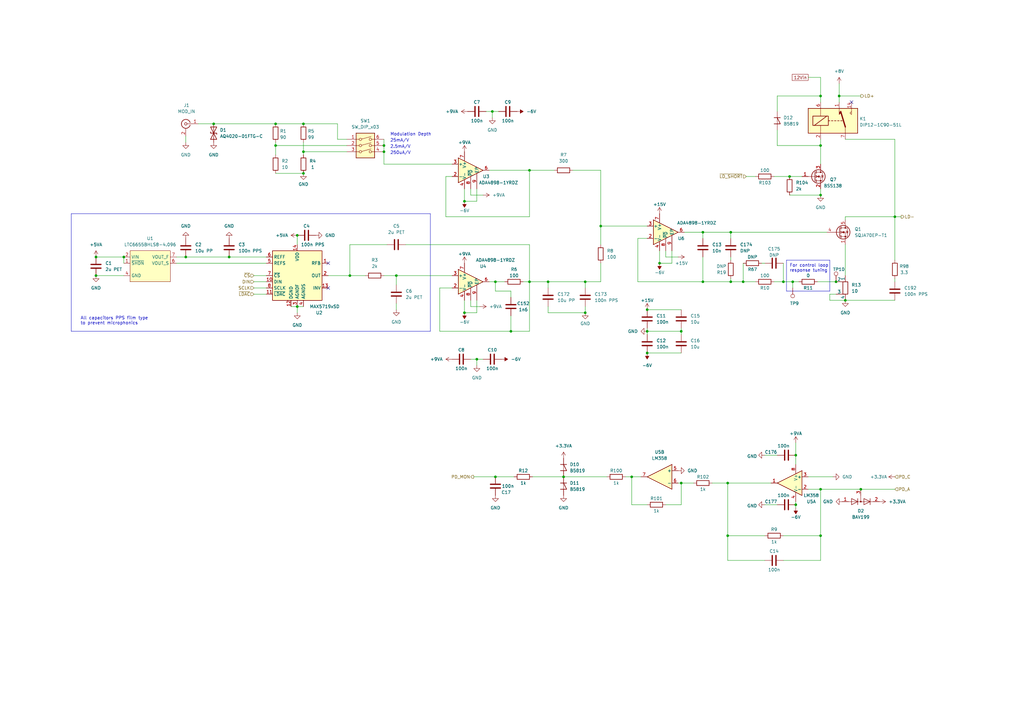
<source format=kicad_sch>
(kicad_sch (version 20230121) (generator eeschema)
  (paper "A3")
  (title_block (title "Kirdy") (date "2022-07-03") (rev "r0.1") (company "M-Labs") (comment 1 "Alex Wong Tat Hang"))
  (lib_symbols
    (symbol "Amplifier_Operational:ADA4898-1YRDZ" (pin_names (offset 0.127))
      (property "Reference" "U" (at 3.81 3.81 0))
      (property "Value" "ADA4898-1YRDZ" (at 11.43 -2.54 0))
      (symbol "ADA4898-1YRDZ_1_1"
        (pin input line (at -7.62 -2.54 0) (length 2.54) (name "-") (number "2"))
        (pin input line (at -7.62 2.54 0) (length 2.54) (name "+") (number "3"))
        (pin power_in line (at -2.54 -7.62 90) (length 3.81) (name "V-") (number "4"))
        (pin output line (at 7.62 0 180) (length 2.54) (name "~") (number "6"))
        (pin power_in line (at -2.54 7.62 270) (length 3.81) (name "V+") (number "7"))
        (pin input line (at 0 -7.62 90) (length 5.08) (name "~{PD}") (number "8"))
        (pin passive line (at 2.54 -7.62 90) (length 6.35) (name "EP") (number "9"))
      )
    )
    (symbol "Amplifier_Operational:LM358" (pin_names (offset 0.127))
      (property "Reference" "U" (at 0 5.08 0))
      (property "Value" "LM358" (at 0 -5.08 0))
      (symbol "LM358_1_1"
        (pin output line (at 7.62 0 180) (length 2.54) (name "~") (number "1"))
        (pin input line (at -7.62 -2.54 0) (length 2.54) (name "-") (number "2"))
        (pin input line (at -7.62 2.54 0) (length 2.54) (name "+") (number "3"))
      )
      (symbol "LM358_2_1"
        (pin input line (at -7.62 2.54 0) (length 2.54) (name "+") (number "5"))
        (pin input line (at -7.62 -2.54 0) (length 2.54) (name "-") (number "6"))
        (pin output line (at 7.62 0 180) (length 2.54) (name "~") (number "7"))
      )
      (symbol "LM358_3_1"
        (pin power_in line (at -2.54 -7.62 90) (length 3.81) (name "V-") (number "4"))
        (pin power_in line (at -2.54 7.62 270) (length 3.81) (name "V+") (number "8"))
      )
    )
    (symbol "Analog_DAC:MAX5719xSD"
      (property "Reference" "U" (at -10.16 11.43 0))
      (property "Value" "MAX5719xSD" (at 1.27 11.43 0))
      (symbol "MAX5719xSD_1_1"
        (pin passive line (at 12.7 5.08 180) (length 2.54) (name "RFB") (number "1"))
        (pin input line (at -12.7 -2.54 0) (length 2.54) (name "DIN") (number "10"))
        (pin input line (at -12.7 -7.62 0) (length 2.54) (name "~{LDAC}") (number "11"))
        (pin power_in line (at -2.54 -12.7 90) (length 2.54) (name "DGND") (number "12"))
        (pin passive line (at 12.7 -5.08 180) (length 2.54) (name "INV") (number "13"))
        (pin power_in line (at 0 12.7 270) (length 2.54) (name "VDD") (number "14"))
        (pin output line (at 12.7 0 180) (length 2.54) (name "OUT") (number "2"))
        (pin power_in line (at 0 -12.7 90) (length 2.54) (name "AGNDF") (number "3"))
        (pin power_in line (at 2.54 -12.7 90) (length 2.54) (name "AGNDS") (number "4"))
        (pin input line (at -12.7 5.08 0) (length 2.54) (name "REFS") (number "5"))
        (pin input line (at -12.7 7.62 0) (length 2.54) (name "REFF") (number "6"))
        (pin input line (at -12.7 0 0) (length 2.54) (name "~{CS}") (number "7"))
        (pin input line (at -12.7 -5.08 0) (length 2.54) (name "SCLK") (number "8"))
        (pin no_connect line (at 10.16 -7.62 180) (length 2.54) hide (name "NC") (number "9"))
      )
    )
    (symbol "Connector:Conn_Coaxial" (pin_names (offset 1.016) hide)
      (property "Reference" "J" (at 0.254 3.048 0))
      (property "Value" "Conn_Coaxial" (at 2.921 0 90))
      (symbol "Conn_Coaxial_1_1"
        (pin passive line (at -5.08 0 0) (length 2.54) (name "In") (number "1"))
        (pin passive line (at 0 -5.08 90) (length 2.54) (name "Ext") (number "2"))
      )
    )
    (symbol "Connector:TestPoint" (pin_numbers hide) (pin_names (offset 0.762) hide)
      (property "Reference" "TP" (at 0 6.858 0))
      (property "Value" "TestPoint" (at 0 5.08 0))
      (symbol "TestPoint_1_1"
        (pin passive line (at 0 0 90) (length 2.54) (name "1") (number "1"))
      )
    )
    (symbol "Device:C" (pin_numbers hide) (pin_names (offset 0.254))
      (property "Reference" "C" (at 0.635 2.54 0))
      (property "Value" "C" (at 0.635 -2.54 0))
      (symbol "C_1_1"
        (pin passive line (at 0 3.81 270) (length 2.794) (name "~") (number "1"))
        (pin passive line (at 0 -3.81 90) (length 2.794) (name "~") (number "2"))
      )
    )
    (symbol "Device:D_Shockley" (pin_numbers hide) (pin_names (offset 1.016) hide)
      (property "Reference" "D" (at 0 2.54 0))
      (property "Value" "D_Shockley" (at 0 -2.54 0))
      (symbol "D_Shockley_1_1"
        (pin passive line (at -3.81 0 0) (length 2.54) (name "K") (number "1"))
        (pin passive line (at 3.81 0 180) (length 2.54) (name "A") (number "2"))
      )
    )
    (symbol "Device:D_TVS" (pin_numbers hide) (pin_names (offset 1.016) hide)
      (property "Reference" "D" (at 0 2.54 0))
      (property "Value" "D_TVS" (at 0 -2.54 0))
      (symbol "D_TVS_1_1"
        (pin passive line (at -3.81 0 0) (length 2.54) (name "A1") (number "1"))
        (pin passive line (at 3.81 0 180) (length 2.54) (name "A2") (number "2"))
      )
    )
    (symbol "Device:R" (pin_numbers hide) (pin_names (offset 0))
      (property "Reference" "R" (at 2.032 0 90))
      (property "Value" "R" (at 0 0 90))
      (symbol "R_1_1"
        (pin passive line (at 0 3.81 270) (length 1.27) (name "~") (number "1"))
        (pin passive line (at 0 -3.81 90) (length 1.27) (name "~") (number "2"))
      )
    )
    (symbol "Device:R_Shunt" (pin_numbers hide) (pin_names (offset 0))
      (property "Reference" "R" (at -4.445 0 90))
      (property "Value" "R_Shunt" (at -2.54 0 90))
      (symbol "R_Shunt_1_1"
        (pin passive line (at 0 5.08 270) (length 2.54) (name "1") (number "1"))
        (pin passive line (at 3.81 2.54 180) (length 2.54) (name "2") (number "2"))
        (pin passive line (at 3.81 -2.54 180) (length 2.54) (name "3") (number "3"))
        (pin passive line (at 0 -5.08 90) (length 2.54) (name "4") (number "4"))
      )
    )
    (symbol "Diode:BAV99" (pin_names hide)
      (property "Reference" "D" (at 0 5.08 0))
      (property "Value" "BAV99" (at 0 2.54 0))
      (symbol "BAV99_1_1"
        (pin passive line (at -7.62 0 0) (length 2.54) (name "K") (number "1"))
        (pin passive line (at 7.62 0 180) (length 2.54) (name "A") (number "2"))
        (pin passive line (at 0 -5.08 90) (length 2.54) (name "K") (number "3"))
      )
    )
    (symbol "Relay:DIPxx-1Cxx-51x"
      (property "Reference" "K" (at 11.43 3.81 0))
      (property "Value" "DIPxx-1Cxx-51x" (at 11.43 1.27 0))
      (symbol "DIPxx-1Cxx-51x_1_1"
        (pin passive line (at 2.54 7.62 270) (length 2.54) (name "~") (number "1"))
        (pin passive line (at 7.62 7.62 270) (length 2.54) (name "~") (number "14"))
        (pin passive line (at -5.08 -7.62 90) (length 2.54) (name "~") (number "2"))
        (pin passive line (at -5.08 7.62 270) (length 2.54) (name "~") (number "6"))
        (pin passive line (at 5.08 -7.62 90) (length 2.54) (name "~") (number "7"))
        (pin passive line (at 5.08 -7.62 90) (length 2.54) hide (name "~") (number "8"))
      )
    )
    (symbol "Switch:SW_DIP_x03" (pin_names (offset 0) hide)
      (property "Reference" "SW" (at 0 8.89 0))
      (property "Value" "SW_DIP_x03" (at 0 -3.81 0))
      (symbol "SW_DIP_x03_1_1"
        (pin passive line (at -7.62 5.08 0) (length 5.08) (name "~") (number "1"))
        (pin passive line (at -7.62 2.54 0) (length 5.08) (name "~") (number "2"))
        (pin passive line (at -7.62 0 0) (length 5.08) (name "~") (number "3"))
        (pin passive line (at 7.62 0 180) (length 5.08) (name "~") (number "4"))
        (pin passive line (at 7.62 2.54 180) (length 5.08) (name "~") (number "5"))
        (pin passive line (at 7.62 5.08 180) (length 5.08) (name "~") (number "6"))
      )
    )
    (symbol "Transistor_FET:BSS138" (pin_names hide)
      (property "Reference" "Q" (at 5.08 1.905 0))
      (property "Value" "BSS138" (at 5.08 0 0))
      (symbol "BSS138_1_1"
        (pin input line (at -5.08 0 0) (length 2.54) (name "G") (number "1"))
        (pin passive line (at 2.54 -5.08 90) (length 2.54) (name "S") (number "2"))
        (pin passive line (at 2.54 5.08 270) (length 2.54) (name "D") (number "3"))
      )
    )
    (symbol "Transistor_FET:CSD17507Q5A" (pin_names hide)
      (property "Reference" "Q" (at 5.08 1.905 0))
      (property "Value" "CSD17507Q5A" (at 5.08 0 0))
      (symbol "CSD17507Q5A_1_1"
        (pin passive line (at 2.54 -5.08 90) (length 2.54) (name "S") (number "1"))
        (pin passive line (at 2.54 -5.08 90) (length 2.54) hide (name "S") (number "2"))
        (pin passive line (at 2.54 -5.08 90) (length 2.54) hide (name "S") (number "3"))
        (pin passive line (at -5.08 0 0) (length 2.54) (name "G") (number "4"))
        (pin passive line (at 2.54 5.08 270) (length 2.54) (name "D") (number "5"))
      )
    )
    (symbol "kirdy:LTC6655"
      (property "Reference" "U" (at 0 -10.16 0))
      (property "Value" "LTC6655" (at 0 -7.62 0))
      (symbol "LTC6655_0_0"
        (pin input line (at -10.16 2.54 0) (length 2.54) (name "~{SHDN}") (number "1"))
        (pin power_in line (at -10.16 5.08 0) (length 2.54) (name "VIN") (number "2"))
        (pin power_in line (at -10.16 -2.54 0) (length 2.54) hide (name "GND") (number "3"))
        (pin power_in line (at -10.16 -2.54 0) (length 2.54) (name "GND") (number "4"))
        (pin power_in line (at -10.16 -2.54 0) (length 2.54) hide (name "GND") (number "5"))
        (pin passive line (at 11.43 2.54 180) (length 2.54) (name "VOUT_S") (number "6"))
        (pin output line (at 11.43 5.08 180) (length 2.54) (name "VOUT_F") (number "7"))
        (pin power_in line (at -10.16 -2.54 0) (length 2.54) hide (name "GND") (number "8"))
      )
    )
    (symbol "power:+15V" (power) (pin_names (offset 0))
      (property "Value" "+15V" (at 0 3.556 0))
      (symbol "+15V_1_1"
        (pin power_in line (at 0 0 90) (length 0) hide (name "+15V") (number "1"))
      )
    )
    (symbol "power:+3.3VA" (power) (pin_names (offset 0))
      (property "Value" "+3.3VA" (at 0 3.556 0))
      (symbol "+3.3VA_1_1"
        (pin power_in line (at 0 0 90) (length 0) hide (name "+3.3VA") (number "1"))
      )
    )
    (symbol "power:+5VA" (power) (pin_names (offset 0))
      (property "Value" "+5VA" (at 0 3.556 0))
      (symbol "+5VA_1_1"
        (pin power_in line (at 0 0 90) (length 0) hide (name "+5VA") (number "1"))
      )
    )
    (symbol "power:+8V" (power) (pin_names (offset 0))
      (property "Value" "+8V" (at 0 3.556 0))
      (symbol "+8V_1_1"
        (pin power_in line (at 0 0 90) (length 0) hide (name "+8V") (number "1"))
      )
    )
    (symbol "power:+9VA" (power) (pin_names (offset 0))
      (property "Value" "+9VA" (at 0 3.81 0))
      (symbol "+9VA_1_1"
        (pin power_in line (at 0 0 90) (length 0) hide (name "+9VA") (number "1"))
      )
    )
    (symbol "power:-6V" (power) (pin_names (offset 0))
      (property "Value" "-6V" (at 0 3.81 0))
      (symbol "-6V_0_0"
        (pin power_in line (at 0 0 90) (length 0) hide (name "-6V") (number "1"))
      )
    )
    (symbol "power:GND" (power) (pin_names (offset 0))
      (property "Value" "GND" (at 0 -3.81 0))
      (symbol "GND_1_1"
        (pin power_in line (at 0 0 270) (length 0) hide (name "GND") (number "1"))
      )
    )
  )
  (junction (at 270.51 107.95))
  (junction (at 124.46 71.12))
  (junction (at 217.17 69.85))
  (junction (at 342.9 115.57))
  (junction (at 265.43 135.89))
  (junction (at 203.2 115.57))
  (junction (at 121.92 96.52))
  (junction (at 288.29 95.25))
  (junction (at 367.03 88.9))
  (junction (at 231.14 195.58))
  (junction (at 87.63 50.8))
  (junction (at 201.93 45.72))
  (junction (at 157.48 62.23))
  (junction (at 240.03 115.57))
  (junction (at 336.55 219.71))
  (junction (at 195.58 147.32))
  (junction (at 299.72 115.57))
  (junction (at 265.43 127))
  (junction (at 190.5 128.27))
  (junction (at 124.46 50.8))
  (junction (at 336.55 39.37))
  (junction (at 298.45 198.12))
  (junction (at 217.17 115.57))
  (junction (at 224.79 115.57))
  (junction (at 190.5 82.55))
  (junction (at 325.12 115.57))
  (junction (at 288.29 115.57))
  (junction (at 143.51 113.03))
  (junction (at 326.39 207.01))
  (junction (at 336.55 80.01))
  (junction (at 299.72 95.25))
  (junction (at 259.08 195.58))
  (junction (at 113.03 50.8))
  (junction (at 336.55 200.66))
  (junction (at 162.56 113.03))
  (junction (at 76.2 105.41))
  (junction (at 279.4 198.12))
  (junction (at 279.4 135.89))
  (junction (at 246.38 92.71))
  (junction (at 50.8 105.41))
  (junction (at 346.71 123.19))
  (junction (at 265.43 144.78))
  (junction (at 93.98 105.41))
  (junction (at 353.06 200.66))
  (junction (at 39.37 113.03))
  (junction (at 240.03 128.27))
  (junction (at 113.03 59.69))
  (junction (at 336.55 59.69))
  (junction (at 344.17 39.37))
  (junction (at 298.45 219.71))
  (junction (at 304.8 115.57))
  (junction (at 326.39 186.69))
  (junction (at 124.46 62.23))
  (junction (at 121.92 125.73))
  (junction (at 209.55 135.89))
  (junction (at 39.37 105.41))
  (junction (at 203.2 195.58))
  (junction (at 157.48 59.69))
  (junction (at 323.85 72.39))
  (junction (at 321.31 115.57))
  (no_connect (at 349.25 41.91))
  (no_connect (at 134.62 118.11))
  (no_connect (at 134.62 107.95))
  (wire (pts (xy 162.56 124.46) (xy 162.56 127)))
  (wire (pts (xy 104.14 113.03) (xy 109.22 113.03)))
  (wire (pts (xy 326.39 207.01) (xy 326.39 205.74)))
  (wire (pts (xy 298.45 219.71) (xy 313.69 219.71)))
  (wire (pts (xy 50.8 105.41) (xy 50.8 107.95)))
  (wire (pts (xy 157.48 59.69) (xy 157.48 62.23)))
  (wire (pts (xy 323.85 72.39) (xy 328.93 72.39)))
  (wire (pts (xy 217.17 115.57) (xy 224.79 115.57)))
  (wire (pts (xy 353.06 200.66) (xy 367.03 200.66)))
  (wire (pts (xy 113.03 71.12) (xy 124.46 71.12)))
  (wire (pts (xy 335.28 115.57) (xy 342.9 115.57)))
  (wire (pts (xy 288.29 95.25) (xy 299.72 95.25)))
  (wire (pts (xy 321.31 219.71) (xy 336.55 219.71)))
  (wire (pts (xy 318.77 59.69) (xy 336.55 59.69)))
  (wire (pts (xy 336.55 219.71) (xy 336.55 200.66)))
  (wire (pts (xy 325.12 118.11) (xy 325.12 115.57)))
  (wire (pts (xy 231.14 195.58) (xy 248.92 195.58)))
  (wire (pts (xy 240.03 115.57) (xy 246.38 115.57)))
  (wire (pts (xy 265.43 135.89) (xy 265.43 137.16)))
  (wire (pts (xy 346.71 90.17) (xy 346.71 88.9)))
  (wire (pts (xy 331.47 31.75) (xy 336.55 31.75)))
  (wire (pts (xy 166.37 100.33) (xy 217.17 100.33)))
  (wire (pts (xy 138.43 57.15) (xy 142.24 57.15)))
  (wire (pts (xy 278.13 198.12) (xy 279.4 198.12)))
  (wire (pts (xy 194.31 195.58) (xy 203.2 195.58)))
  (wire (pts (xy 76.2 58.42) (xy 76.2 55.88)))
  (wire (pts (xy 240.03 118.11) (xy 240.03 115.57)))
  (wire (pts (xy 288.29 95.25) (xy 288.29 97.79)))
  (wire (pts (xy 280.67 95.25) (xy 288.29 95.25)))
  (wire (pts (xy 193.04 125.73) (xy 196.85 125.73)))
  (wire (pts (xy 336.55 31.75) (xy 336.55 39.37)))
  (wire (pts (xy 124.46 58.42) (xy 124.46 62.23)))
  (wire (pts (xy 273.05 207.01) (xy 279.4 207.01)))
  (wire (pts (xy 246.38 107.95) (xy 246.38 115.57)))
  (wire (pts (xy 367.03 114.3) (xy 367.03 115.57)))
  (wire (pts (xy 299.72 95.25) (xy 339.09 95.25)))
  (wire (pts (xy 81.28 50.8) (xy 87.63 50.8)))
  (polyline (pts (xy 322.58 119.38) (xy 340.36 119.38)))
  (wire (pts (xy 104.14 118.11) (xy 109.22 118.11)))
  (wire (pts (xy 273.05 105.41) (xy 278.13 105.41)))
  (polyline (pts (xy 322.58 106.68) (xy 340.36 106.68)))
  (wire (pts (xy 340.36 120.65) (xy 340.36 123.19)))
  (wire (pts (xy 318.77 53.34) (xy 318.77 59.69)))
  (wire (pts (xy 157.48 57.15) (xy 157.48 59.69)))
  (wire (pts (xy 299.72 105.41) (xy 299.72 106.68)))
  (wire (pts (xy 298.45 219.71) (xy 298.45 198.12)))
  (wire (pts (xy 76.2 105.41) (xy 93.98 105.41)))
  (wire (pts (xy 104.14 115.57) (xy 109.22 115.57)))
  (wire (pts (xy 113.03 58.42) (xy 113.03 59.69)))
  (wire (pts (xy 200.66 69.85) (xy 217.17 69.85)))
  (wire (pts (xy 201.93 45.72) (xy 201.93 48.26)))
  (wire (pts (xy 306.07 72.39) (xy 309.88 72.39)))
  (wire (pts (xy 224.79 115.57) (xy 240.03 115.57)))
  (wire (pts (xy 217.17 88.9) (xy 217.17 69.85)))
  (wire (pts (xy 209.55 135.89) (xy 217.17 135.89)))
  (wire (pts (xy 162.56 113.03) (xy 185.42 113.03)))
  (wire (pts (xy 157.48 113.03) (xy 162.56 113.03)))
  (wire (pts (xy 299.72 95.25) (xy 299.72 97.79)))
  (wire (pts (xy 217.17 135.89) (xy 217.17 115.57)))
  (wire (pts (xy 367.03 88.9) (xy 346.71 88.9)))
  (wire (pts (xy 313.69 229.87) (xy 298.45 229.87)))
  (wire (pts (xy 240.03 128.27) (xy 240.03 125.73)))
  (wire (pts (xy 313.69 207.01) (xy 318.77 207.01)))
  (wire (pts (xy 72.39 107.95) (xy 109.22 107.95)))
  (wire (pts (xy 336.55 57.15) (xy 336.55 59.69)))
  (wire (pts (xy 124.46 62.23) (xy 142.24 62.23)))
  (wire (pts (xy 214.63 115.57) (xy 217.17 115.57)))
  (wire (pts (xy 279.4 135.89) (xy 265.43 135.89)))
  (wire (pts (xy 201.93 45.72) (xy 204.47 45.72)))
  (wire (pts (xy 180.34 118.11) (xy 180.34 135.89)))
  (wire (pts (xy 256.54 195.58) (xy 259.08 195.58)))
  (wire (pts (xy 259.08 207.01) (xy 259.08 195.58)))
  (wire (pts (xy 195.58 82.55) (xy 195.58 77.47)))
  (wire (pts (xy 190.5 77.47) (xy 190.5 82.55)))
  (wire (pts (xy 195.58 128.27) (xy 195.58 123.19)))
  (wire (pts (xy 279.4 198.12) (xy 284.48 198.12)))
  (wire (pts (xy 143.51 100.33) (xy 143.51 113.03)))
  (wire (pts (xy 158.75 100.33) (xy 143.51 100.33)))
  (polyline (pts (xy 29.21 87.63) (xy 176.53 87.63)))
  (wire (pts (xy 346.71 123.19) (xy 367.03 123.19)))
  (wire (pts (xy 218.44 195.58) (xy 231.14 195.58)))
  (wire (pts (xy 195.58 147.32) (xy 198.12 147.32)))
  (wire (pts (xy 87.63 50.8) (xy 113.03 50.8)))
  (wire (pts (xy 304.8 107.95) (xy 304.8 115.57)))
  (wire (pts (xy 193.04 77.47) (xy 193.04 80.01)))
  (wire (pts (xy 113.03 50.8) (xy 124.46 50.8)))
  (wire (pts (xy 336.55 39.37) (xy 336.55 41.91)))
  (wire (pts (xy 190.5 82.55) (xy 195.58 82.55)))
  (wire (pts (xy 193.04 147.32) (xy 195.58 147.32)))
  (wire (pts (xy 203.2 195.58) (xy 210.82 195.58)))
  (wire (pts (xy 321.31 115.57) (xy 325.12 115.57)))
  (wire (pts (xy 246.38 69.85) (xy 246.38 92.71)))
  (wire (pts (xy 270.51 107.95) (xy 275.59 107.95)))
  (wire (pts (xy 199.39 45.72) (xy 201.93 45.72)))
  (wire (pts (xy 344.17 39.37) (xy 344.17 41.91)))
  (wire (pts (xy 185.42 72.39) (xy 182.88 72.39)))
  (polyline (pts (xy 340.36 119.38) (xy 340.36 106.68)))
  (wire (pts (xy 340.36 120.65) (xy 342.9 120.65)))
  (wire (pts (xy 292.1 198.12) (xy 298.45 198.12)))
  (wire (pts (xy 72.39 105.41) (xy 76.2 105.41)))
  (wire (pts (xy 259.08 195.58) (xy 262.89 195.58)))
  (wire (pts (xy 180.34 135.89) (xy 209.55 135.89)))
  (wire (pts (xy 298.45 198.12) (xy 316.23 198.12)))
  (wire (pts (xy 193.04 123.19) (xy 193.04 125.73)))
  (wire (pts (xy 134.62 113.03) (xy 143.51 113.03)))
  (wire (pts (xy 209.55 119.38) (xy 203.2 119.38)))
  (wire (pts (xy 93.98 105.41) (xy 109.22 105.41)))
  (wire (pts (xy 317.5 115.57) (xy 321.31 115.57)))
  (wire (pts (xy 367.03 57.15) (xy 346.71 57.15)))
  (wire (pts (xy 234.95 69.85) (xy 246.38 69.85)))
  (wire (pts (xy 39.37 105.41) (xy 50.8 105.41)))
  (wire (pts (xy 326.39 181.61) (xy 326.39 186.69)))
  (wire (pts (xy 39.37 113.03) (xy 50.8 113.03)))
  (wire (pts (xy 369.57 88.9) (xy 367.03 88.9)))
  (wire (pts (xy 318.77 39.37) (xy 336.55 39.37)))
  (wire (pts (xy 190.5 128.27) (xy 195.58 128.27)))
  (wire (pts (xy 124.46 62.23) (xy 124.46 63.5)))
  (wire (pts (xy 270.51 102.87) (xy 270.51 107.95)))
  (polyline (pts (xy 29.21 87.63) (xy 29.21 135.89)))
  (wire (pts (xy 325.12 115.57) (xy 327.66 115.57)))
  (wire (pts (xy 113.03 59.69) (xy 142.24 59.69)))
  (wire (pts (xy 261.62 115.57) (xy 261.62 97.79)))
  (wire (pts (xy 298.45 229.87) (xy 298.45 219.71)))
  (wire (pts (xy 121.92 96.52) (xy 121.92 100.33)))
  (wire (pts (xy 273.05 102.87) (xy 273.05 105.41)))
  (wire (pts (xy 157.48 67.31) (xy 185.42 67.31)))
  (polyline (pts (xy 322.58 106.68) (xy 322.58 119.38)))
  (wire (pts (xy 217.17 69.85) (xy 227.33 69.85)))
  (wire (pts (xy 331.47 195.58) (xy 341.63 195.58)))
  (wire (pts (xy 336.55 59.69) (xy 336.55 67.31)))
  (wire (pts (xy 304.8 115.57) (xy 309.88 115.57)))
  (wire (pts (xy 344.17 39.37) (xy 353.06 39.37)))
  (wire (pts (xy 288.29 115.57) (xy 261.62 115.57)))
  (wire (pts (xy 182.88 88.9) (xy 217.17 88.9)))
  (wire (pts (xy 119.38 125.73) (xy 121.92 125.73)))
  (wire (pts (xy 246.38 92.71) (xy 265.43 92.71)))
  (wire (pts (xy 367.03 88.9) (xy 367.03 106.68)))
  (wire (pts (xy 104.14 120.65) (xy 109.22 120.65)))
  (wire (pts (xy 326.39 208.28) (xy 326.39 207.01)))
  (wire (pts (xy 318.77 45.72) (xy 318.77 39.37)))
  (wire (pts (xy 143.51 113.03) (xy 149.86 113.03)))
  (wire (pts (xy 193.04 80.01) (xy 198.12 80.01)))
  (wire (pts (xy 246.38 92.71) (xy 246.38 100.33)))
  (polyline (pts (xy 29.21 135.89) (xy 176.53 135.89)))
  (wire (pts (xy 224.79 125.73) (xy 224.79 128.27)))
  (wire (pts (xy 299.72 114.3) (xy 299.72 115.57)))
  (wire (pts (xy 367.03 57.15) (xy 367.03 88.9)))
  (wire (pts (xy 313.69 186.69) (xy 318.77 186.69)))
  (wire (pts (xy 321.31 229.87) (xy 336.55 229.87)))
  (wire (pts (xy 190.5 123.19) (xy 190.5 128.27)))
  (wire (pts (xy 326.39 186.69) (xy 326.39 190.5)))
  (wire (pts (xy 224.79 118.11) (xy 224.79 115.57)))
  (wire (pts (xy 331.47 200.66) (xy 336.55 200.66)))
  (wire (pts (xy 203.2 119.38) (xy 203.2 115.57)))
  (wire (pts (xy 321.31 107.95) (xy 321.31 115.57)))
  (wire (pts (xy 336.55 229.87) (xy 336.55 219.71)))
  (wire (pts (xy 209.55 129.54) (xy 209.55 135.89)))
  (wire (pts (xy 279.4 134.62) (xy 279.4 135.89)))
  (wire (pts (xy 344.17 34.29) (xy 344.17 39.37)))
  (wire (pts (xy 312.42 107.95) (xy 313.69 107.95)))
  (wire (pts (xy 323.85 80.01) (xy 336.55 80.01)))
  (wire (pts (xy 113.03 59.69) (xy 113.03 63.5)))
  (wire (pts (xy 121.92 125.73) (xy 121.92 128.27)))
  (wire (pts (xy 217.17 100.33) (xy 217.17 115.57)))
  (wire (pts (xy 279.4 135.89) (xy 279.4 137.16)))
  (wire (pts (xy 162.56 113.03) (xy 162.56 116.84)))
  (wire (pts (xy 279.4 207.01) (xy 279.4 198.12)))
  (wire (pts (xy 157.48 62.23) (xy 157.48 67.31)))
  (wire (pts (xy 124.46 50.8) (xy 138.43 50.8)))
  (wire (pts (xy 203.2 115.57) (xy 207.01 115.57)))
  (wire (pts (xy 336.55 77.47) (xy 336.55 80.01)))
  (wire (pts (xy 317.5 72.39) (xy 323.85 72.39)))
  (wire (pts (xy 340.36 123.19) (xy 346.71 123.19)))
  (wire (pts (xy 185.42 118.11) (xy 180.34 118.11)))
  (wire (pts (xy 265.43 134.62) (xy 265.43 135.89)))
  (wire (pts (xy 224.79 128.27) (xy 240.03 128.27)))
  (wire (pts (xy 265.43 127) (xy 279.4 127)))
  (wire (pts (xy 336.55 200.66) (xy 353.06 200.66)))
  (wire (pts (xy 288.29 115.57) (xy 299.72 115.57)))
  (wire (pts (xy 209.55 121.92) (xy 209.55 119.38)))
  (wire (pts (xy 265.43 144.78) (xy 279.4 144.78)))
  (wire (pts (xy 200.66 115.57) (xy 203.2 115.57)))
  (wire (pts (xy 346.71 100.33) (xy 346.71 113.03)))
  (wire (pts (xy 138.43 50.8) (xy 138.43 57.15)))
  (wire (pts (xy 275.59 107.95) (xy 275.59 102.87)))
  (wire (pts (xy 288.29 105.41) (xy 288.29 115.57)))
  (wire (pts (xy 195.58 147.32) (xy 195.58 149.86)))
  (wire (pts (xy 299.72 115.57) (xy 304.8 115.57)))
  (polyline (pts (xy 176.53 135.89) (xy 176.53 87.63)))
  (wire (pts (xy 265.43 207.01) (xy 259.08 207.01)))
  (wire (pts (xy 121.92 125.73) (xy 124.46 125.73)))
  (wire (pts (xy 182.88 72.39) (xy 182.88 88.9)))
  (wire (pts (xy 261.62 97.79) (xy 265.43 97.79)))
  (text "250uA/V" (at 160.02 63.5 0) (effects (font (size 1.27 1.27)) (justify left bottom)))
  (text "All capacitors PPS film type\nto prevent microphonics " (at 33.02 133.35 0) (effects (font (size 1.27 1.27)) (justify left bottom)))
  (text "2.5mA/V" (at 160.02 60.96 0) (effects (font (size 1.27 1.27)) (justify left bottom)))
  (text "For control loop\nresponse tuning" (at 323.85 111.76 0) (effects (font (size 1.27 1.27)) (justify left bottom)))
  (text "25mA/V" (at 160.02 58.42 0) (effects (font (size 1.27 1.27)) (justify left bottom)))
  (text "Modulation Depth" (at 160.02 55.88 0) (effects (font (size 1.27 1.27)) (justify left bottom)))
  (global_label "12Vin" (shape passive) (at 331.47 31.75 180) (property "Intersheetrefs" "${INTERSHEET_REFS}" (effects hide)))
  (hierarchical_label "~{LDAC}" (shape input) (at 104.14 120.65 180))
  (hierarchical_label "~{LD_SHORT}" (shape input) (at 306.07 72.39 180))
  (hierarchical_label "LD+" (shape output) (at 353.06 39.37 0))
  (hierarchical_label "SCLK" (shape input) (at 104.14 118.11 180))
  (hierarchical_label "PD_MON" (shape output) (at 194.31 195.58 180))
  (hierarchical_label "PD_C" (shape input) (at 367.03 195.58 0))
  (hierarchical_label "PD_A" (shape input) (at 367.03 200.66 0))
  (hierarchical_label "DIN" (shape input) (at 104.14 115.57 180))
  (hierarchical_label "LD-" (shape output) (at 369.57 88.9 0))
  (hierarchical_label "~{CS}" (shape input) (at 104.14 113.03 180))
  (symbol (lib_id "Connector:TestPoint") (at 342.9 115.57 0) (unit 1)
    (property "Reference" "TP10" (at 341.63 110.49 0) (effects (justify left)))
    (property "Value" "TestPoint" (effects hide))
    (property "Footprint" "TestPoint:TestPoint_Pad_2.0x2.0mm" (effects hide))
  )
  (symbol (lib_id "Amplifier_Operational:LM358") (at 328.93 198.12 0) (unit 3)
    (property "Reference" "U5" (effects hide))
    (property "Value" "LM358" (effects hide))
    (property "Footprint" "Package_SO:SOIC-8_3.9x4.9mm_P1.27mm" (effects hide))
    (property "Datasheet" "http://www.ti.com/lit/ds/symlink/lm2904-n.pdf" (effects hide))
  )
  (symbol (lib_id "Device:R") (at 299.72 110.49 180) (unit 1)
    (property "Reference" "R19" (at 295.91 111.76 0))
    (property "Value" "DNP" (at 295.91 109.22 0))
    (property "Footprint" "Resistor_SMD:R_0603_1608Metric" (effects hide))
  )
  (symbol (lib_id "Diode:BAV99") (at 353.06 205.74 0) (mirror x) (unit 1)
    (property "Reference" "D2" (at 353.06 209.55 0))
    (property "Value" "BAV199" (at 353.06 212.09 0))
    (property "Footprint" "Package_TO_SOT_SMD:SOT-23" (effects hide))
    (property "Datasheet" "https://assets.nexperia.com/documents/data-sheet/BAV99_SER.pdf" (effects hide))
    (property "MFR_PN" "BAV199W-7" (effects hide))
    (property "MFR_PN_ALT" "BAV199E6327HTSA1" (effects hide))
  )
  (symbol (lib_id "power:+3.3VA") (at 367.03 195.58 90) (unit 1)
    (property "Reference" "#PWR0173" (effects hide))
    (property "Value" "+3.3VA" (at 356.87 195.58 90) (effects (justify right)))
  )
  (symbol (lib_id "power:GND") (at 313.69 186.69 270) (unit 1)
    (property "Reference" "#PWR0130" (effects hide))
    (property "Value" "GND" (at 310.5151 187.1238 90) (effects (justify right)))
  )
  (symbol (lib_id "power:GND") (at 345.44 205.74 270) (unit 1)
    (property "Reference" "#PWR036" (effects hide))
    (property "Value" "GND" (at 341.63 205.7399 90) (effects (justify right)))
  )
  (symbol (lib_id "Device:R") (at 323.85 76.2 180) (unit 1)
    (property "Reference" "R104" (at 326.39 74.9299 0) (effects (justify right)))
    (property "Value" "2k" (at 326.39 77.4699 0) (effects (justify right)))
    (property "Footprint" "Resistor_SMD:R_0603_1608Metric" (effects hide))
    (property "MFR_PN" "RC0603FR-072KL" (effects hide))
    (property "MFR_PN_ALT" "ERJ-3EKF2001V" (effects hide))
  )
  (symbol (lib_id "power:GND") (at 336.55 80.01 0) (unit 1)
    (property "Reference" "#PWR0171" (effects hide))
    (property "Value" "GND" (at 336.55 85.09 0))
  )
  (symbol (lib_id "power:+3.3VA") (at 231.14 187.96 0) (unit 1)
    (property "Reference" "#PWR032" (effects hide))
    (property "Value" "+3.3VA" (at 231.14 182.88 0))
  )
  (symbol (lib_id "power:-6V") (at 212.09 45.72 270) (unit 1)
    (property "Reference" "#PWR022" (effects hide))
    (property "Value" "-6V" (at 215.9 45.7199 90) (effects (justify left)))
  )
  (symbol (lib_id "Device:C") (at 162.56 100.33 90) (unit 1)
    (property "Reference" "C5" (at 162.56 92.71 90))
    (property "Value" "2u PET" (at 162.56 95.25 90))
    (property "Footprint" "Capacitor_SMD:C_1812_4532Metric" (effects hide))
    (property "MFR_PN" "35MU225MC14532" (effects hide))
  )
  (symbol (lib_id "power:+15V") (at 265.43 127 0) (unit 1)
    (property "Reference" "#PWR028" (effects hide))
    (property "Value" "+15V" (at 265.43 123.19 0))
  )
  (symbol (lib_id "Device:R") (at 331.47 115.57 90) (unit 1)
    (property "Reference" "R11" (at 331.47 118.11 90))
    (property "Value" "0" (at 331.47 113.03 90))
    (property "Footprint" "Resistor_SMD:R_0603_1608Metric" (effects hide))
    (property "MFR_PN" "RMCF0603ZT0R00" (effects hide))
    (property "MFR_PN_ALT" "CR0603-J/-000ELF" (effects hide))
  )
  (symbol (lib_id "power:-6V") (at 205.74 147.32 270) (unit 1)
    (property "Reference" "#PWR023" (effects hide))
    (property "Value" "-6V" (at 209.55 147.3199 90) (effects (justify left)))
  )
  (symbol (lib_id "Device:C") (at 208.28 45.72 90) (unit 1)
    (property "Reference" "C9" (at 208.28 41.91 90))
    (property "Value" "100n" (at 208.28 49.53 90))
    (property "Footprint" "Capacitor_SMD:C_0603_1608Metric" (effects hide))
    (property "MFR_PN" "CL10B104KB8NNWC" (effects hide))
    (property "MFR_PN_ALT" "CL10B104KB8NNNL" (effects hide))
  )
  (symbol (lib_id "Device:R") (at 269.24 207.01 90) (unit 1)
    (property "Reference" "R101" (at 269.24 204.47 90))
    (property "Value" "1k" (at 269.24 209.55 90))
    (property "Footprint" "Resistor_SMD:R_0603_1608Metric" (effects hide))
    (property "MFR_PN" "RNCP0603FTD1K00" (effects hide))
    (property "MFR_PN_ALT" "WR06X1001FTL" (effects hide))
  )
  (symbol (lib_id "Relay:DIPxx-1Cxx-51x") (at 341.63 49.53 0) (unit 1)
    (property "Reference" "K1" (at 352.552 48.6953 0) (effects (justify left)))
    (property "Value" "DIP12-1C90-51L" (at 352.552 51.2322 0) (effects (justify left)))
    (property "Footprint" "Relay_THT:Relay_StandexMeder_DIP_LowProfile" (effects hide))
    (property "Datasheet" "https://standexelectronics.com/wp-content/uploads/datasheet_reed_relay_DIP.pdf" (effects hide))
  )
  (symbol (lib_id "Amplifier_Operational:LM358") (at 270.51 195.58 0) (mirror y) (unit 2)
    (property "Reference" "U5" (at 270.51 185.42 0))
    (property "Value" "LM358" (at 270.51 187.96 0))
    (property "Footprint" "Package_SO:SOIC-8_3.9x4.9mm_P1.27mm" (effects hide))
    (property "Datasheet" "http://www.ti.com/lit/ds/symlink/lm2904-n.pdf" (effects hide))
  )
  (symbol (lib_id "power:+5VA") (at 39.37 105.41 0) (unit 1)
    (property "Reference" "#PWR01" (effects hide))
    (property "Value" "+5VA" (at 39.37 100.33 0))
  )
  (symbol (lib_id "Device:C") (at 279.4 140.97 0) (unit 1)
    (property "Reference" "C16" (at 283.21 139.6999 0) (effects (justify left)))
    (property "Value" "10u" (at 283.21 142.2399 0) (effects (justify left)))
    (property "Footprint" "Capacitor_SMD:C_0805_2012Metric" (effects hide))
    (property "MFR_PN" "CL21B106KOQNNNG" (effects hide))
    (property "MFR_PN_ALT" "CL21B106KOQNNNE" (effects hide))
  )
  (symbol (lib_id "Device:C") (at 76.2 101.6 0) (unit 1)
    (property "Reference" "C2" (at 80.01 100.3299 0) (effects (justify left)))
    (property "Value" "10u PP" (at 80.01 102.8699 0) (effects (justify left)))
    (property "Footprint" "Capacitor_SMD:C_1812_4532Metric" (effects hide))
    (property "MFR_PN" "16MU106MC44532" (effects hide))
  )
  (symbol (lib_id "Connector:TestPoint") (at 325.12 118.11 180) (unit 1)
    (property "Reference" "TP9" (at 327.66 124.46 0) (effects (justify left)))
    (property "Value" "TestPoint" (effects hide))
    (property "Footprint" "TestPoint:TestPoint_Pad_2.0x2.0mm" (effects hide))
  )
  (symbol (lib_id "Device:C") (at 299.72 101.6 0) (unit 1)
    (property "Reference" "C174" (at 303.53 100.3299 0) (effects (justify left)))
    (property "Value" "DNP" (at 303.53 102.8699 0) (effects (justify left)))
    (property "Footprint" "Capacitor_SMD:C_0603_1608Metric" (effects hide))
  )
  (symbol (lib_id "Device:R") (at 313.69 115.57 90) (unit 1)
    (property "Reference" "R10" (at 313.69 118.11 90))
    (property "Value" "100" (at 313.69 113.03 90))
    (property "Footprint" "Resistor_SMD:R_0603_1608Metric" (effects hide))
    (property "MFR_PN" "WR06X1000FTL" (effects hide))
    (property "MFR_PN_ALT" "RMCF0603FT100R" (effects hide))
  )
  (symbol (lib_id "Device:R") (at 367.03 110.49 180) (unit 1)
    (property "Reference" "R98" (at 370.84 109.22 0))
    (property "Value" "3.3" (at 370.84 111.76 0))
    (property "Footprint" "Resistor_SMD:R_0603_1608Metric" (effects hide))
  )
  (symbol (lib_id "power:GND") (at 121.92 128.27 0) (unit 1)
    (property "Reference" "#PWR06" (effects hide))
    (property "Value" "GND" (at 121.92 133.35 0))
  )
  (symbol (lib_id "Amplifier_Operational:ADA4898-1YRDZ") (at 273.05 95.25 0) (unit 1)
    (property "Reference" "U6" (at 279.4 97.79 0))
    (property "Value" "ADA4898-1YRDZ" (at 285.75 91.44 0))
    (property "Footprint" "Package_SO:SOIC-8-1EP_3.9x4.9mm_P1.27mm_EP2.29x3mm" (effects hide))
    (property "Datasheet" "https://www.analog.com/media/en/technical-documentation/data-sheets/ada4898-1_4898-2.pdf" (effects hide))
    (property "MFR_PN" "ADA4898-1YRDZ" (effects hide))
  )
  (symbol (lib_id "Device:C") (at 288.29 101.6 0) (unit 1)
    (property "Reference" "C13" (at 292.1 100.3299 0) (effects (justify left)))
    (property "Value" "10n" (at 292.1 102.8699 0) (effects (justify left)))
    (property "Footprint" "Capacitor_SMD:C_0603_1608Metric" (effects hide))
    (property "MFR_PN" "0603B103K500CT" (effects hide))
    (property "MFR_PN_ALT" "CL10B103KB8NNNC" (effects hide))
  )
  (symbol (lib_id "Device:C") (at 322.58 207.01 90) (unit 1)
    (property "Reference" "C177" (at 318.77 205.74 90) (effects (justify left)))
    (property "Value" "100n" (at 323.85 203.2 90) (effects (justify left)))
    (property "Footprint" "Capacitor_SMD:C_0603_1608Metric" (effects hide))
    (property "MFR_PN" "CL10B104KB8NNWC" (effects hide))
    (property "MFR_PN_ALT" "CL10B104KB8NNNL" (effects hide))
  )
  (symbol (lib_id "Device:C") (at 367.03 119.38 0) (unit 1)
    (property "Reference" "C192" (at 370.84 118.1099 0) (effects (justify left)))
    (property "Value" "100n PPS" (at 370.84 120.6499 0) (effects (justify left)))
    (property "Footprint" "Capacitor_SMD:C_1210_3225Metric" (effects hide))
    (property "MFR_PN" "ECH-U1C104JX5" (effects hide))
  )
  (symbol (lib_id "Device:R") (at 288.29 198.12 90) (unit 1)
    (property "Reference" "R102" (at 288.29 195.58 90))
    (property "Value" "1k" (at 288.29 200.66 90))
    (property "Footprint" "Resistor_SMD:R_0603_1608Metric" (effects hide))
    (property "MFR_PN" "RNCP0603FTD1K00" (effects hide))
    (property "MFR_PN_ALT" "WR06X1001FTL" (effects hide))
  )
  (symbol (lib_id "power:GND") (at 341.63 195.58 90) (unit 1)
    (property "Reference" "#PWR0172" (effects hide))
    (property "Value" "GND" (at 345.44 195.5799 90) (effects (justify right)))
  )
  (symbol (lib_id "Device:R") (at 246.38 104.14 180) (unit 1)
    (property "Reference" "R8" (at 248.92 102.8699 0) (effects (justify right)))
    (property "Value" "100" (at 248.92 105.4099 0) (effects (justify right)))
    (property "Footprint" "Resistor_SMD:R_0603_1608Metric" (effects hide))
    (property "MFR_PN" "RT0603FRE07300RL" (effects hide))
    (property "MFR_PN_ALT" "RC0603FR-10300RL" (effects hide))
  )
  (symbol (lib_id "power:GND") (at 129.54 96.52 90) (unit 1)
    (property "Reference" "#PWR07" (effects hide))
    (property "Value" "GND" (at 133.35 96.5199 90) (effects (justify right)))
  )
  (symbol (lib_id "Device:R") (at 113.03 67.31 180) (unit 1)
    (property "Reference" "R2" (at 116.84 66.04 0))
    (property "Value" "10" (at 116.84 68.58 0))
    (property "Footprint" "Resistor_SMD:R_0603_1608Metric" (effects hide))
    (property "MFR_PN" "RT0603BRD0710RL" (effects hide))
    (property "MFR_PN_ALT" "WR06X10R0FTL" (effects hide))
  )
  (symbol (lib_id "power:GND") (at 39.37 113.03 0) (unit 1)
    (property "Reference" "#PWR02" (effects hide))
    (property "Value" "GND" (at 39.37 118.11 0))
  )
  (symbol (lib_id "power:GND") (at 76.2 97.79 180) (unit 1)
    (property "Reference" "#PWR03" (effects hide))
    (property "Value" "GND" (at 76.2 92.71 0))
  )
  (symbol (lib_id "power:GND") (at 313.69 207.01 270) (unit 1)
    (property "Reference" "#PWR037" (effects hide))
    (property "Value" "GND" (at 310.5151 207.4438 90) (effects (justify right)))
  )
  (symbol (lib_id "Device:C") (at 317.5 229.87 90) (unit 1)
    (property "Reference" "C14" (at 317.5 226.06 90))
    (property "Value" "100n" (at 317.5 233.68 90))
    (property "Footprint" "Capacitor_SMD:C_0603_1608Metric" (effects hide))
    (property "MFR_PN" "GCM1885C1H162FA16D" (effects hide))
    (property "MFR_PN_ALT" "C0603C162J5GAC7867" (effects hide))
  )
  (symbol (lib_id "Device:R") (at 214.63 195.58 90) (unit 1)
    (property "Reference" "R12" (at 214.63 193.04 90))
    (property "Value" "1k" (at 214.63 198.12 90))
    (property "Footprint" "Resistor_SMD:R_0603_1608Metric" (effects hide))
    (property "MFR_PN" "RNCP0603FTD1K00" (effects hide))
    (property "MFR_PN_ALT" "WR06X1001FTL" (effects hide))
  )
  (symbol (lib_id "Device:C") (at 203.2 199.39 180) (unit 1)
    (property "Reference" "C17" (at 209.55 201.93 0) (effects (justify left)))
    (property "Value" "100n" (at 210.82 199.39 0) (effects (justify left)))
    (property "Footprint" "Capacitor_SMD:C_0603_1608Metric" (effects hide))
    (property "MFR_PN" "CL10B104KB8NNWC" (effects hide))
    (property "MFR_PN_ALT" "CL10B104KB8NNNL" (effects hide))
  )
  (symbol (lib_id "power:GND") (at 278.13 193.04 90) (unit 1)
    (property "Reference" "#PWR033" (effects hide))
    (property "Value" "GND" (at 281.94 193.0399 90) (effects (justify right)))
  )
  (symbol (lib_id "Device:C") (at 224.79 121.92 0) (unit 1)
    (property "Reference" "C172" (at 228.6 120.6499 0) (effects (justify left)))
    (property "Value" "10u PP" (at 228.6 123.1899 0) (effects (justify left)))
    (property "Footprint" "Capacitor_SMD:C_1812_4532Metric" (effects hide))
    (property "MFR_PN" "16MU106MC44532" (effects hide))
  )
  (symbol (lib_id "Switch:SW_DIP_x03") (at 149.86 62.23 0) (unit 1)
    (property "Reference" "SW1" (at 149.86 49.53 0))
    (property "Value" "SW_DIP_x03" (at 149.86 52.07 0))
    (property "Footprint" "Button_Switch_SMD:SW_DIP_SPSTx03_Slide_Omron_A6S-310x_W8.9mm_P2.54mm" (effects hide))
    (property "MFR_PN" "A6SN-3104" (effects hide))
    (property "MFR_PN_ALT" "A6S-3102" (effects hide))
  )
  (symbol (lib_id "Amplifier_Operational:ADA4898-1YRDZ") (at 193.04 115.57 0) (unit 1)
    (property "Reference" "U4" (at 198.12 109.22 0))
    (property "Value" "ADA4898-1YRDZ" (at 203.2 106.68 0))
    (property "Footprint" "Package_SO:SOIC-8-1EP_3.9x4.9mm_P1.27mm_EP2.29x3mm" (effects hide))
    (property "Datasheet" "https://www.analog.com/media/en/technical-documentation/data-sheets/ada4898-1_4898-2.pdf" (effects hide))
    (property "MFR_PN" "ADA4898-1YRDZ" (effects hide))
  )
  (symbol (lib_id "power:GND") (at 265.43 135.89 270) (unit 1)
    (property "Reference" "#PWR029" (effects hide))
    (property "Value" "GND" (at 261.62 135.8899 90) (effects (justify right)))
  )
  (symbol (lib_id "Device:C") (at 265.43 140.97 0) (unit 1)
    (property "Reference" "C12" (at 269.24 139.6999 0) (effects (justify left)))
    (property "Value" "100n" (at 269.24 142.2399 0) (effects (justify left)))
    (property "Footprint" "Capacitor_SMD:C_0603_1608Metric" (effects hide))
    (property "MFR_PN" "CL10B104KB8NNWC" (effects hide))
    (property "MFR_PN_ALT" "CL10B104KB8NNNL" (effects hide))
  )
  (symbol (lib_id "power:GND") (at 162.56 127 0) (unit 1)
    (property "Reference" "#PWR09" (effects hide))
    (property "Value" "GND" (at 162.56 132.08 0))
  )
  (symbol (lib_id "Device:R") (at 153.67 113.03 90) (unit 1)
    (property "Reference" "R3" (at 153.67 106.68 90))
    (property "Value" "2k" (at 153.67 109.22 90))
    (property "Footprint" "Resistor_SMD:R_0603_1608Metric" (effects hide))
    (property "MFR_PN" "RC0603FR-072KL" (effects hide))
    (property "MFR_PN_ALT" "ERJ-3EKF2001V" (effects hide))
  )
  (symbol (lib_id "Device:C") (at 209.55 125.73 180) (unit 1)
    (property "Reference" "C152" (at 214.63 124.46 0))
    (property "Value" "1n6" (at 214.63 127 0))
    (property "Footprint" "Capacitor_SMD:C_0603_1608Metric" (effects hide))
    (property "MFR_PN" "GCM1885C1H162FA16D" (effects hide))
    (property "MFR_PN_ALT" "C0603C162J5GAC7867" (effects hide))
  )
  (symbol (lib_id "Device:C") (at 201.93 147.32 90) (unit 1)
    (property "Reference" "C10" (at 201.93 143.51 90))
    (property "Value" "100n" (at 201.93 151.13 90))
    (property "Footprint" "Capacitor_SMD:C_0603_1608Metric" (effects hide))
    (property "MFR_PN" "CL10B104KB8NNWC" (effects hide))
    (property "MFR_PN_ALT" "CL10B104KB8NNNL" (effects hide))
  )
  (symbol (lib_id "power:+9VA") (at 198.12 80.01 270) (unit 1)
    (property "Reference" "#PWR020" (effects hide))
    (property "Value" "+9VA" (at 201.93 80.0099 90) (effects (justify left)))
  )
  (symbol (lib_id "Device:R_Shunt") (at 346.71 118.11 0) (mirror y) (unit 1)
    (property "Reference" "R13" (at 349.25 116.8399 0) (effects (justify right)))
    (property "Value" "10" (at 349.25 119.3799 0) (effects (justify right)))
    (property "Footprint" "kirdy:R_Shunt_VCS1625ZP" (effects hide))
    (property "MFR_PN" "Y160610R0000D9W" (effects hide))
    (property "MFR_PN_ALT" "RC0603FR-10300RL" (effects hide))
  )
  (symbol (lib_id "Device:R") (at 124.46 54.61 0) (unit 1)
    (property "Reference" "R5" (at 126.238 53.7753 0) (effects (justify left)))
    (property "Value" "99" (at 126.238 56.3122 0) (effects (justify left)))
    (property "Footprint" "Resistor_SMD:R_0603_1608Metric" (effects hide))
  )
  (symbol (lib_id "Device:C") (at 317.5 107.95 90) (unit 1)
    (property "Reference" "C175" (at 317.5 102.0912 90))
    (property "Value" "DNP" (at 317.5 104.6281 90))
    (property "Footprint" "Capacitor_SMD:C_0603_1608Metric" (effects hide))
  )
  (symbol (lib_id "power:-6V") (at 190.5 128.27 180) (unit 1)
    (property "Reference" "#PWR017" (effects hide))
    (property "Value" "-6V" (at 190.5 132.08 0))
  )
  (symbol (lib_id "power:+15V") (at 278.13 105.41 270) (unit 1)
    (property "Reference" "#PWR027" (effects hide))
    (property "Value" "+15V" (at 276.86 107.95 90) (effects (justify left)))
  )
  (symbol (lib_id "Device:C") (at 279.4 130.81 0) (unit 1)
    (property "Reference" "C15" (at 283.21 129.5399 0) (effects (justify left)))
    (property "Value" "10u" (at 283.21 132.0799 0) (effects (justify left)))
    (property "Footprint" "Capacitor_SMD:C_0805_2012Metric" (effects hide))
    (property "MFR_PN" "CL21B106KOQNNNG" (effects hide))
    (property "MFR_PN_ALT" "CL21B106KOQNNNE" (effects hide))
  )
  (symbol (lib_id "Device:R") (at 308.61 107.95 90) (unit 1)
    (property "Reference" "R67" (at 308.61 110.49 90))
    (property "Value" "DNP" (at 308.61 105.41 90))
    (property "Footprint" "Resistor_SMD:R_0603_1608Metric" (effects hide))
  )
  (symbol (lib_id "power:+9VA") (at 191.77 45.72 90) (unit 1)
    (property "Reference" "#PWR011" (effects hide))
    (property "Value" "+9VA" (at 187.96 45.7199 90) (effects (justify left)))
  )
  (symbol (lib_id "Device:R") (at 313.69 72.39 90) (unit 1)
    (property "Reference" "R103" (at 313.69 74.93 90))
    (property "Value" "100" (at 313.69 69.85 90))
    (property "Footprint" "Resistor_SMD:R_0603_1608Metric" (effects hide))
    (property "MFR_PN" "WR06X1000FTL" (effects hide))
    (property "MFR_PN_ALT" "RMCF0603FT100R" (effects hide))
  )
  (symbol (lib_id "power:GND") (at 124.46 71.12 0) (unit 1)
    (property "Reference" "#PWR012" (effects hide))
    (property "Value" "GND" (at 124.46 75.5634 0))
  )
  (symbol (lib_id "Device:C") (at 322.58 186.69 90) (unit 1)
    (property "Reference" "C176" (at 318.77 185.42 90) (effects (justify left)))
    (property "Value" "100n" (at 323.85 182.88 90) (effects (justify left)))
    (property "Footprint" "Capacitor_SMD:C_0603_1608Metric" (effects hide))
    (property "MFR_PN" "CL10B104KB8NNWC" (effects hide))
    (property "MFR_PN_ALT" "CL10B104KB8NNNL" (effects hide))
  )
  (symbol (lib_id "Device:R") (at 231.14 69.85 90) (unit 1)
    (property "Reference" "R7" (at 231.14 63.5 90))
    (property "Value" "300" (at 231.14 66.04 90))
    (property "Footprint" "Resistor_SMD:R_0603_1608Metric" (effects hide))
    (property "MFR_PN" "WR06X1000FTL" (effects hide))
    (property "MFR_PN_ALT" "RMCF0603FT100R" (effects hide))
  )
  (symbol (lib_id "power:+9VA") (at 185.42 147.32 90) (unit 1)
    (property "Reference" "#PWR013" (effects hide))
    (property "Value" "+9VA" (at 181.61 147.3199 90) (effects (justify left)))
  )
  (symbol (lib_id "Device:D_Shockley") (at 231.14 199.39 270) (unit 1)
    (property "Reference" "D11" (at 233.68 198.1199 90) (effects (justify left)))
    (property "Value" "B5819" (at 233.68 200.6599 90) (effects (justify left)))
    (property "Footprint" "Diode_SMD:D_SOD-323" (effects hide))
    (property "MFR_PN" "B5819WS-TP" (effects hide))
  )
  (symbol (lib_id "power:GND") (at 87.63 58.42 0) (unit 1)
    (property "Reference" "#PWR010" (effects hide))
    (property "Value" "GND" (at 87.63 63.5 0))
  )
  (symbol (lib_id "Device:R") (at 113.03 54.61 0) (unit 1)
    (property "Reference" "R1" (at 114.808 53.7753 0) (effects (justify left)))
    (property "Value" "90" (at 114.808 56.3122 0) (effects (justify left)))
    (property "Footprint" "Resistor_SMD:R_0603_1608Metric" (effects hide))
  )
  (symbol (lib_id "power:+9VA") (at 196.85 125.73 270) (unit 1)
    (property "Reference" "#PWR021" (effects hide))
    (property "Value" "+9VA" (at 200.66 125.7299 90) (effects (justify left)))
  )
  (symbol (lib_id "power:GND") (at 346.71 123.19 0) (unit 1)
    (property "Reference" "#PWR039" (effects hide))
    (property "Value" "GND" (at 346.71 128.27 0))
  )
  (symbol (lib_id "power:+3.3VA") (at 360.68 205.74 270) (unit 1)
    (property "Reference" "#PWR040" (effects hide))
    (property "Value" "+3.3VA" (at 364.49 205.7399 90) (effects (justify left)))
  )
  (symbol (lib_id "Device:R") (at 124.46 67.31 180) (unit 1)
    (property "Reference" "R4" (at 128.27 66.04 0))
    (property "Value" "1" (at 128.27 68.58 0))
    (property "Footprint" "Resistor_SMD:R_0603_1608Metric" (effects hide))
    (property "MFR_PN" "ERJ-3RQF1R0V" (effects hide))
    (property "MFR_PN_ALT" "CRCW06031R00FKEAC" (effects hide))
  )
  (symbol (lib_id "Device:C") (at 39.37 109.22 0) (unit 1)
    (property "Reference" "C1" (at 43.18 107.9499 0) (effects (justify left)))
    (property "Value" "2u PET" (at 43.18 110.4899 0) (effects (justify left)))
    (property "Footprint" "Capacitor_SMD:C_1812_4532Metric" (effects hide))
    (property "MFR_PN" "35MU225MC14532" (effects hide))
  )
  (symbol (lib_id "power:+8V") (at 344.17 34.29 0) (unit 1)
    (property "Reference" "#PWR038" (effects hide))
    (property "Value" "+8V" (at 344.17 29.21 0))
  )
  (symbol (lib_id "power:GND") (at 240.03 128.27 0) (unit 1)
    (property "Reference" "#PWR034" (effects hide))
    (property "Value" "GND" (at 240.03 132.7134 0))
  )
  (symbol (lib_id "power:GND") (at 195.58 149.86 0) (unit 1)
    (property "Reference" "#PWR019" (effects hide))
    (property "Value" "GND" (at 195.58 154.94 0))
  )
  (symbol (lib_id "Amplifier_Operational:ADA4898-1YRDZ") (at 193.04 69.85 0) (unit 1)
    (property "Reference" "U3" (at 199.39 72.39 0))
    (property "Value" "ADA4898-1YRDZ" (at 204.47 74.93 0))
    (property "Footprint" "Package_SO:SOIC-8-1EP_3.9x4.9mm_P1.27mm_EP2.29x3mm" (effects hide))
    (property "Datasheet" "https://www.analog.com/media/en/technical-documentation/data-sheets/ada4898-1_4898-2.pdf" (effects hide))
    (property "MFR_PN" "ADA4898-1YRDZ" (effects hide))
  )
  (symbol (lib_id "power:-6V") (at 190.5 82.55 180) (unit 1)
    (property "Reference" "#PWR015" (effects hide))
    (property "Value" "-6V" (at 190.5 86.36 0))
  )
  (symbol (lib_id "power:GND") (at 203.2 203.2 0) (unit 1)
    (property "Reference" "#PWR024" (effects hide))
    (property "Value" "GND" (at 203.2 208.28 0))
  )
  (symbol (lib_id "power:GND") (at 201.93 48.26 0) (unit 1)
    (property "Reference" "#PWR018" (effects hide))
    (property "Value" "GND" (at 201.93 53.34 0))
  )
  (symbol (lib_id "power:GND") (at 93.98 97.79 180) (unit 1)
    (property "Reference" "#PWR04" (effects hide))
    (property "Value" "GND" (at 93.98 92.71 0))
  )
  (symbol (lib_id "Device:R") (at 252.73 195.58 90) (unit 1)
    (property "Reference" "R100" (at 252.73 193.04 90))
    (property "Value" "1k" (at 252.73 198.12 90))
    (property "Footprint" "Resistor_SMD:R_0603_1608Metric" (effects hide))
    (property "MFR_PN" "RNCP0603FTD1K00" (effects hide))
    (property "MFR_PN_ALT" "WR06X1001FTL" (effects hide))
  )
  (symbol (lib_id "power:GND") (at 76.2 58.42 0) (unit 1)
    (property "Reference" "#PWR08" (effects hide))
    (property "Value" "GND" (at 76.2 63.5 0))
  )
  (symbol (lib_id "Device:C") (at 265.43 130.81 0) (unit 1)
    (property "Reference" "C11" (at 269.24 129.5399 0) (effects (justify left)))
    (property "Value" "100n" (at 269.24 132.0799 0) (effects (justify left)))
    (property "Footprint" "Capacitor_SMD:C_0603_1608Metric" (effects hide))
    (property "MFR_PN" "CL10B104KB8NNWC" (effects hide))
    (property "MFR_PN_ALT" "CL10B104KB8NNNL" (effects hide))
  )
  (symbol (lib_id "Device:R") (at 210.82 115.57 90) (unit 1)
    (property "Reference" "R6" (at 210.82 110.49 90))
    (property "Value" "100" (at 210.82 113.03 90))
    (property "Footprint" "Resistor_SMD:R_0603_1608Metric" (effects hide))
    (property "MFR_PN" "RT0603FRE07300RL" (effects hide))
    (property "MFR_PN_ALT" "RC0603FR-10300RL" (effects hide))
  )
  (symbol (lib_id "Device:C") (at 195.58 45.72 90) (unit 1)
    (property "Reference" "C7" (at 195.58 41.91 90))
    (property "Value" "100n" (at 195.58 49.53 90))
    (property "Footprint" "Capacitor_SMD:C_0603_1608Metric" (effects hide))
    (property "MFR_PN" "CL10B104KB8NNWC" (effects hide))
    (property "MFR_PN_ALT" "CL10B104KB8NNNL" (effects hide))
  )
  (symbol (lib_id "Transistor_FET:CSD17507Q5A") (at 344.17 95.25 0) (unit 1)
    (property "Reference" "Q1" (at 350.52 93.9799 0) (effects (justify left)))
    (property "Value" "SQJA70EP-T1" (at 350.52 96.5199 0) (effects (justify left)))
    (property "Footprint" "Package_TO_SOT_SMD:TDSON-8-1" (effects hide))
    (property "MFR_PN" "SQJA70EP-T1_GE3" (effects hide))
  )
  (symbol (lib_id "Amplifier_Operational:LM358") (at 323.85 198.12 0) (mirror y) (unit 1)
    (property "Reference" "U5" (at 332.74 205.74 0))
    (property "Value" "LM358" (at 332.74 203.2 0))
    (property "Footprint" "Package_SO:SOIC-8_3.9x4.9mm_P1.27mm" (effects hide))
    (property "Datasheet" "http://www.ti.com/lit/ds/symlink/lm2904-n.pdf" (effects hide))
  )
  (symbol (lib_id "power:-6V") (at 270.51 107.95 180) (unit 1)
    (property "Reference" "#PWR026" (effects hide))
    (property "Value" "-6V" (at 270.51 111.76 0))
  )
  (symbol (lib_id "Device:D_Shockley") (at 318.77 49.53 270) (unit 1)
    (property "Reference" "D12" (at 321.31 48.2599 90) (effects (justify left)))
    (property "Value" "B5819" (at 321.31 50.7999 90) (effects (justify left)))
    (property "Footprint" "Diode_SMD:D_SOD-323" (effects hide))
    (property "MFR_PN" "B5819WS-TP" (effects hide))
  )
  (symbol (lib_id "power:+9VA") (at 326.39 181.61 0) (unit 1)
    (property "Reference" "#PWR0165" (effects hide))
    (property "Value" "+9VA" (at 326.39 177.8 0))
  )
  (symbol (lib_id "Device:R") (at 317.5 219.71 90) (unit 1)
    (property "Reference" "R9" (at 317.5 217.17 90))
    (property "Value" "1k" (at 317.5 222.25 90))
    (property "Footprint" "Resistor_SMD:R_0603_1608Metric" (effects hide))
    (property "MFR_PN" "RNCP0603FTD1K00" (effects hide))
    (property "MFR_PN_ALT" "WR06X1001FTL" (effects hide))
  )
  (symbol (lib_id "Device:C") (at 189.23 147.32 90) (unit 1)
    (property "Reference" "C8" (at 189.23 143.51 90))
    (property "Value" "100n" (at 189.23 151.13 90))
    (property "Footprint" "Capacitor_SMD:C_0603_1608Metric" (effects hide))
    (property "MFR_PN" "CL10B104KB8NNWC" (effects hide))
    (property "MFR_PN_ALT" "CL10B104KB8NNNL" (effects hide))
  )
  (symbol (lib_id "power:-6V") (at 265.43 144.78 180) (unit 1)
    (property "Reference" "#PWR030" (effects hide))
    (property "Value" "-6V" (at 265.43 149.86 0))
  )
  (symbol (lib_id "Device:D_TVS") (at 87.63 54.61 90) (unit 1)
    (property "Reference" "D1" (at 90.17 53.3399 90) (effects (justify right)))
    (property "Value" "AQ4020-01FTG-C" (at 90.17 55.8799 90) (effects (justify right)))
    (property "Footprint" "Diode_SMD:D_SOD-323" (effects hide))
    (property "MFR_PN" "AQ4020-01FTG-C" (effects hide))
  )
  (symbol (lib_id "power:+9VA") (at 190.5 107.95 0) (unit 1)
    (property "Reference" "#PWR016" (effects hide))
    (property "Value" "+9VA" (at 190.5 104.14 0))
  )
  (symbol (lib_id "Device:C") (at 125.73 96.52 90) (unit 1)
    (property "Reference" "C4" (at 125.73 92.71 90))
    (property "Value" "100n PPS" (at 128.27 100.33 90))
    (property "Footprint" "Capacitor_SMD:C_1210_3225Metric" (effects hide))
    (property "MFR_PN" "ECH-U1C104JX5" (effects hide))
  )
  (symbol (lib_id "power:+9VA") (at 190.5 62.23 0) (unit 1)
    (property "Reference" "#PWR014" (effects hide))
    (property "Value" "+9VA" (at 190.5 58.42 0))
  )
  (symbol (lib_id "Device:C") (at 162.56 120.65 0) (unit 1)
    (property "Reference" "C6" (at 166.37 119.3799 0) (effects (justify left)))
    (property "Value" "2u PET" (at 166.37 121.9199 0) (effects (justify left)))
    (property "Footprint" "Capacitor_SMD:C_1812_4532Metric" (effects hide))
    (property "MFR_PN" "35MU225MC14532" (effects hide))
  )
  (symbol (lib_id "kirdy:LTC6655") (at 60.96 110.49 0) (unit 1)
    (property "Reference" "U1" (at 61.595 97.79 0))
    (property "Value" "LTC6655BHLS8-4.096" (at 61.595 100.33 0))
    (property "Footprint" "kirdy:LCC127P500X500X155-8N" (effects hide))
    (property "Datasheet" "https://www.analog.com/media/en/technical-documentation/data-sheets/ltc6655-6655ln.pdf" (effects hide))
    (property "MFR_PN" "LTC6655BHLS8-4.096" (effects hide))
  )
  (symbol (lib_id "power:GND") (at 231.14 203.2 0) (unit 1)
    (property "Reference" "#PWR031" (effects hide))
    (property "Value" "GND" (at 231.14 208.28 0))
  )
  (symbol (lib_id "Analog_DAC:MAX5719xSD") (at 121.92 113.03 0) (unit 1)
    (property "Reference" "U2" (at 129.54 128.27 0) (effects (justify left)))
    (property "Value" "MAX5719xSD" (at 127 125.73 0) (effects (justify left)))
    (property "Footprint" "Package_SO:SOIC-14_3.9x8.7mm_P1.27mm" (effects hide))
    (property "Datasheet" "https://datasheets.maximintegrated.com/en/ds/MAX5717-MAX5719.pdf" (effects hide))
    (property "MFR_PN" "MAX5719AGSD+" (effects hide))
    (property "MFR_PN_ALT" "MAX5719GSD+" (effects hide))
  )
  (symbol (lib_id "Device:C") (at 240.03 121.92 0) (unit 1)
    (property "Reference" "C173" (at 243.84 120.6499 0) (effects (justify left)))
    (property "Value" "100n PPS" (at 243.84 123.1899 0) (effects (justify left)))
    (property "Footprint" "Capacitor_SMD:C_1210_3225Metric" (effects hide))
    (property "MFR_PN" "ECH-U1C104JX5" (effects hide))
  )
  (symbol (lib_id "Device:D_Shockley") (at 231.14 191.77 270) (unit 1)
    (property "Reference" "D10" (at 233.68 190.4999 90) (effects (justify left)))
    (property "Value" "B5819" (at 233.68 193.0399 90) (effects (justify left)))
    (property "Footprint" "Diode_SMD:D_SOD-323" (effects hide))
    (property "MFR_PN" "B5819WS-TP" (effects hide))
  )
  (symbol (lib_id "power:+15V") (at 270.51 87.63 0) (unit 1)
    (property "Reference" "#PWR025" (effects hide))
    (property "Value" "+15V" (at 270.51 83.82 0))
  )
  (symbol (lib_id "Transistor_FET:BSS138") (at 334.01 72.39 0) (unit 1)
    (property "Reference" "Q7" (at 340.36 73.66 0) (effects (justify left)))
    (property "Value" "BSS138" (at 337.82 76.2 0) (effects (justify left)))
    (property "Footprint" "Package_TO_SOT_SMD:SOT-23" (effects hide))
    (property "Datasheet" "https://www.onsemi.com/pub/Collateral/BSS138-D.PDF" (effects hide))
    (property "MFR_PN" "BSS138W-TP" (effects hide))
    (property "MFR_PN_ALT" "BSS138W-7-F" (effects hide))
  )
  (symbol (lib_id "Device:C") (at 93.98 101.6 0) (unit 1)
    (property "Reference" "C3" (at 97.79 100.3299 0) (effects (justify left)))
    (property "Value" "100n PPS" (at 97.79 102.8699 0) (effects (justify left)))
    (property "Footprint" "Capacitor_SMD:C_1210_3225Metric" (effects hide))
    (property "MFR_PN" "ECH-U1C104JX5" (effects hide))
  )
  (symbol (lib_id "power:-6V") (at 326.39 208.28 180) (unit 1)
    (property "Reference" "#PWR0169" (effects hide))
    (property "Value" "-6V" (at 326.39 212.09 0))
  )
  (symbol (lib_id "power:+5VA") (at 121.92 96.52 90) (unit 1)
    (property "Reference" "#PWR05" (effects hide))
    (property "Value" "+5VA" (at 113.03 96.52 90) (effects (justify right)))
  )
  (symbol (lib_id "Connector:Conn_Coaxial") (at 76.2 50.8 0) (mirror y) (unit 1)
    (property "Reference" "J1" (at 76.5174 43.18 0))
    (property "Value" "MOD_IN" (at 76.5174 45.72 0))
    (property "Footprint" "Connector_Coaxial:SMA_Amphenol_132203-12_Horizontal" (effects hide))
    (property "Datasheet" " ~" (effects hide))
    (property "MFR_PN" "132203-12" (effects hide))
  )
)
</source>
